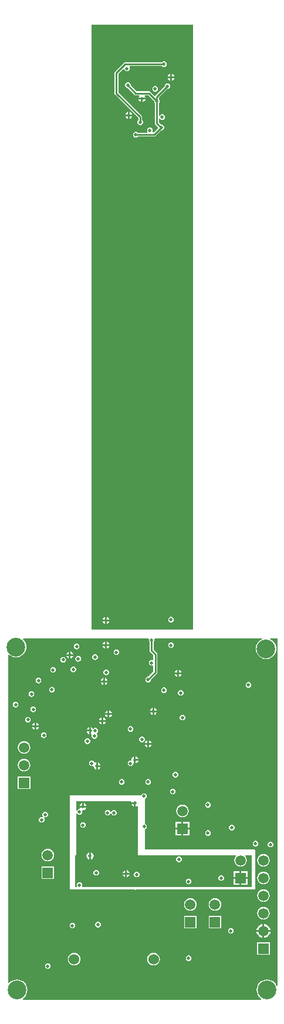
<source format=gbr>
%TF.GenerationSoftware,Altium Limited,Altium Designer,19.1.5 (86)*%
G04 Layer_Physical_Order=2*
G04 Layer_Color=36540*
%FSLAX26Y26*%
%MOIN*%
%TF.FileFunction,Copper,L2,Inr,Signal*%
%TF.Part,Single*%
G01*
G75*
%TA.AperFunction,Conductor*%
%ADD36C,0.010000*%
%TA.AperFunction,ComponentPad*%
%ADD37R,0.059055X0.059055*%
%ADD38C,0.059055*%
%ADD39C,0.060000*%
%TA.AperFunction,ViaPad*%
%ADD40C,0.020000*%
%ADD41C,0.106299*%
G36*
X4325000Y3400000D02*
X3750000D01*
Y6830000D01*
X4325000D01*
Y3400000D01*
D02*
G37*
G36*
X4805000Y1378195D02*
X4800000Y1377453D01*
X4799912Y1377745D01*
X4794419Y1388021D01*
X4787028Y1397027D01*
X4778021Y1404419D01*
X4767745Y1409911D01*
X4756595Y1413294D01*
X4745000Y1414436D01*
X4733405Y1413294D01*
X4722255Y1409911D01*
X4711979Y1404419D01*
X4702972Y1397027D01*
X4695581Y1388021D01*
X4690088Y1377745D01*
X4686706Y1366595D01*
X4685564Y1355000D01*
X4686706Y1343405D01*
X4690088Y1332255D01*
X4695581Y1321979D01*
X4702972Y1312973D01*
X4711979Y1305581D01*
X4713066Y1305000D01*
X4711814Y1300000D01*
X4003968D01*
X4000000Y1305000D01*
Y1918677D01*
X4000000Y1922799D01*
X4003505Y1925000D01*
X4004537D01*
X4680000D01*
Y2146243D01*
X4675000Y2151243D01*
X4051535D01*
Y2266354D01*
X4052950Y2266636D01*
X4058243Y2270172D01*
X4061779Y2275465D01*
X4063021Y2281707D01*
X4061779Y2287950D01*
X4058243Y2293243D01*
X4052950Y2296779D01*
X4051535Y2297061D01*
Y2438098D01*
X4052818Y2438353D01*
X4058110Y2441890D01*
X4061647Y2447182D01*
X4062889Y2453425D01*
X4061647Y2459668D01*
X4058110Y2464960D01*
X4052818Y2468497D01*
X4046575Y2469738D01*
X4040332Y2468497D01*
X4035040Y2464960D01*
X4031725Y2460000D01*
X3625000D01*
Y1925000D01*
X3995569D01*
X3999537Y1920000D01*
Y1306323D01*
X3999537Y1302201D01*
X3996032Y1300000D01*
X3995000D01*
X3358186D01*
X3356934Y1305000D01*
X3358021Y1305581D01*
X3367028Y1312973D01*
X3374419Y1321979D01*
X3379912Y1332255D01*
X3383294Y1343405D01*
X3384436Y1355000D01*
X3383294Y1366595D01*
X3379912Y1377745D01*
X3374419Y1388021D01*
X3367028Y1397027D01*
X3358021Y1404419D01*
X3347745Y1409911D01*
X3336595Y1413294D01*
X3325000Y1414436D01*
X3313405Y1413294D01*
X3302255Y1409911D01*
X3291979Y1404419D01*
X3282972Y1397027D01*
X3280000Y1393406D01*
X3275000Y1395195D01*
Y3253944D01*
X3280000Y3256309D01*
X3286979Y3250581D01*
X3297255Y3245088D01*
X3308405Y3241706D01*
X3320000Y3240564D01*
X3331595Y3241706D01*
X3342745Y3245088D01*
X3353021Y3250581D01*
X3362028Y3257972D01*
X3369419Y3266979D01*
X3374912Y3277255D01*
X3378294Y3288405D01*
X3379436Y3300000D01*
X3378294Y3311595D01*
X3374912Y3322745D01*
X3369419Y3333021D01*
X3362028Y3342028D01*
X3358405Y3345000D01*
X3360195Y3350000D01*
X4071883D01*
X4074681Y3345000D01*
X4073686Y3340000D01*
X4074928Y3333757D01*
X4078465Y3328465D01*
X4078785Y3328251D01*
Y3279798D01*
X4078784Y3279798D01*
X4079638Y3275506D01*
X4082069Y3271867D01*
X4099784Y3254152D01*
Y3228261D01*
X4094784Y3225362D01*
X4090000Y3226314D01*
X4083757Y3225072D01*
X4078465Y3221535D01*
X4074928Y3216243D01*
X4073686Y3210000D01*
X4074928Y3203757D01*
X4078465Y3198465D01*
X4083757Y3194928D01*
X4090000Y3193686D01*
X4094784Y3194638D01*
X4099784Y3191739D01*
Y3160646D01*
X4070377Y3131238D01*
X4070000Y3131314D01*
X4063757Y3130072D01*
X4058465Y3126535D01*
X4054928Y3121243D01*
X4053686Y3115000D01*
X4054928Y3108757D01*
X4058465Y3103465D01*
X4063757Y3099928D01*
X4070000Y3098686D01*
X4076243Y3099928D01*
X4081535Y3103465D01*
X4085072Y3108757D01*
X4086314Y3115000D01*
X4086238Y3115377D01*
X4118930Y3148069D01*
X4118931Y3148069D01*
X4121362Y3151708D01*
X4122216Y3156000D01*
X4122216Y3156001D01*
Y3258797D01*
X4122216Y3258798D01*
X4121362Y3263090D01*
X4118931Y3266728D01*
X4118930Y3266729D01*
X4101216Y3284443D01*
Y3328251D01*
X4101535Y3328465D01*
X4105072Y3333757D01*
X4106314Y3340000D01*
X4105319Y3345000D01*
X4108117Y3350000D01*
X4716805D01*
X4717547Y3345000D01*
X4717255Y3344912D01*
X4706979Y3339419D01*
X4697972Y3332028D01*
X4690581Y3323021D01*
X4685088Y3312745D01*
X4681706Y3301595D01*
X4680564Y3290000D01*
X4681706Y3278405D01*
X4685088Y3267255D01*
X4690581Y3256979D01*
X4697972Y3247972D01*
X4706979Y3240581D01*
X4717255Y3235088D01*
X4728405Y3231706D01*
X4740000Y3230564D01*
X4751595Y3231706D01*
X4762745Y3235088D01*
X4773021Y3240581D01*
X4782028Y3247972D01*
X4789419Y3256979D01*
X4794912Y3267255D01*
X4798294Y3278405D01*
X4799436Y3290000D01*
X4798294Y3301595D01*
X4794912Y3312745D01*
X4789419Y3323021D01*
X4782028Y3332028D01*
X4773021Y3339419D01*
X4762745Y3344912D01*
X4762453Y3345000D01*
X4763195Y3350000D01*
X4805000D01*
Y1378195D01*
D02*
G37*
G36*
X3975719Y2420583D02*
X3975603Y2420000D01*
X3995000D01*
Y2415000D01*
X4000000D01*
Y2395603D01*
X4002804Y2396160D01*
X4006177Y2398414D01*
X4011177Y2395742D01*
X4011177Y2119269D01*
X4567230Y2119269D01*
X4568841Y2114269D01*
X4563967Y2107917D01*
X4560387Y2099274D01*
X4559166Y2090000D01*
X4560387Y2080726D01*
X4563967Y2072083D01*
X4569662Y2064662D01*
X4577083Y2058967D01*
X4585725Y2055387D01*
X4595000Y2054166D01*
X4604275Y2055387D01*
X4612917Y2058967D01*
X4620338Y2064662D01*
X4626033Y2072083D01*
X4629613Y2080726D01*
X4630834Y2090000D01*
X4629613Y2099274D01*
X4626033Y2107917D01*
X4621159Y2114269D01*
X4622770Y2119269D01*
X4659863D01*
Y1939269D01*
X3697376Y1939269D01*
X3695460Y1942854D01*
X3695173Y1944269D01*
X3696314Y1950000D01*
X3695072Y1956243D01*
X3691535Y1961535D01*
X3686243Y1965072D01*
X3680000Y1966313D01*
X3673757Y1965072D01*
X3668465Y1961535D01*
X3664928Y1956243D01*
X3663686Y1950000D01*
X3664827Y1944269D01*
X3664540Y1942854D01*
X3662624Y1939269D01*
X3654863D01*
Y2119269D01*
X3661177D01*
X3661177Y2355371D01*
X3666177Y2356888D01*
X3668465Y2353465D01*
X3673757Y2349928D01*
X3680000Y2348686D01*
X3686243Y2349928D01*
X3691535Y2353465D01*
X3695072Y2358757D01*
X3696314Y2365000D01*
X3695227Y2370459D01*
X3696956Y2373151D01*
X3698658Y2374875D01*
X3700000Y2374608D01*
X3707804Y2376160D01*
X3714419Y2380581D01*
X3718840Y2387196D01*
X3719397Y2390000D01*
X3680603D01*
X3681160Y2387196D01*
X3681943Y2386025D01*
X3681041Y2383838D01*
X3679186Y2381152D01*
X3673757Y2380072D01*
X3668465Y2376535D01*
X3666177Y2373112D01*
X3661177Y2374629D01*
Y2425583D01*
X3972462D01*
X3975719Y2420583D01*
D02*
G37*
%LPC*%
G36*
X4160000Y6621314D02*
X4153757Y6620072D01*
X4148465Y6616535D01*
X4148251Y6616216D01*
X3940001D01*
X3940000Y6616216D01*
X3935708Y6615362D01*
X3932069Y6612931D01*
X3932069Y6612930D01*
X3882069Y6562931D01*
X3879638Y6559292D01*
X3878784Y6555000D01*
X3878785Y6554999D01*
Y6440001D01*
X3878784Y6440000D01*
X3879638Y6435708D01*
X3882069Y6432069D01*
X4013785Y6300354D01*
Y6286749D01*
X4013465Y6286535D01*
X4009928Y6281243D01*
X4008686Y6275000D01*
X4009928Y6268757D01*
X4013465Y6263465D01*
X4018757Y6259928D01*
X4025000Y6258686D01*
X4031243Y6259928D01*
X4036535Y6263465D01*
X4040072Y6268757D01*
X4041314Y6275000D01*
X4040072Y6281243D01*
X4036535Y6286535D01*
X4036215Y6286749D01*
Y6305000D01*
X4035362Y6309292D01*
X4032931Y6312931D01*
X4032930Y6312931D01*
X3901215Y6444646D01*
Y6550354D01*
X3928966Y6578104D01*
X3934391Y6576459D01*
X3934928Y6573757D01*
X3938465Y6568465D01*
X3943757Y6564928D01*
X3950000Y6563686D01*
X3956243Y6564928D01*
X3961535Y6568465D01*
X3965072Y6573757D01*
X3966314Y6580000D01*
X3965072Y6586243D01*
X3963374Y6588784D01*
X3966046Y6593784D01*
X4148251D01*
X4148465Y6593465D01*
X4153757Y6589928D01*
X4160000Y6588686D01*
X4166243Y6589928D01*
X4171535Y6593465D01*
X4175072Y6598757D01*
X4176314Y6605000D01*
X4175072Y6611243D01*
X4171535Y6616535D01*
X4166243Y6620072D01*
X4160000Y6621314D01*
D02*
G37*
G36*
X4205000Y6549397D02*
Y6535000D01*
X4219397D01*
X4218840Y6537804D01*
X4214419Y6544419D01*
X4207804Y6548840D01*
X4205000Y6549397D01*
D02*
G37*
G36*
X4195000D02*
X4192196Y6548840D01*
X4185581Y6544419D01*
X4181160Y6537804D01*
X4180603Y6535000D01*
X4195000D01*
Y6549397D01*
D02*
G37*
G36*
X4219397Y6525000D02*
X4205000D01*
Y6510603D01*
X4207804Y6511160D01*
X4214419Y6515581D01*
X4218840Y6522196D01*
X4219397Y6525000D01*
D02*
G37*
G36*
X4195000D02*
X4180603D01*
X4181160Y6522196D01*
X4185581Y6515581D01*
X4192196Y6511160D01*
X4195000Y6510603D01*
Y6525000D01*
D02*
G37*
G36*
X3955000Y6501314D02*
X3948757Y6500072D01*
X3943465Y6496535D01*
X3939928Y6491243D01*
X3938686Y6485000D01*
X3939928Y6478757D01*
X3943465Y6473465D01*
X3948757Y6469928D01*
X3955000Y6468686D01*
X3955377Y6468761D01*
X3992069Y6432070D01*
X3992069Y6432069D01*
X3995708Y6429638D01*
X4000000Y6428784D01*
X4000001Y6428784D01*
X4018799D01*
X4020157Y6423784D01*
X4016160Y6417804D01*
X4015603Y6415000D01*
X4054397D01*
X4053840Y6417804D01*
X4049843Y6423784D01*
X4051201Y6428784D01*
X4070354D01*
X4103762Y6395377D01*
X4103686Y6395000D01*
X4104928Y6388757D01*
X4108465Y6383465D01*
X4108784Y6383251D01*
Y6270001D01*
X4108784Y6270000D01*
X4109638Y6265708D01*
X4112069Y6262069D01*
X4125760Y6248379D01*
Y6241621D01*
X4100658Y6216519D01*
X4095656Y6216945D01*
X4093374Y6221216D01*
X4095072Y6223757D01*
X4096314Y6230000D01*
X4095072Y6236243D01*
X4091535Y6241535D01*
X4086243Y6245072D01*
X4080000Y6246314D01*
X4073757Y6245072D01*
X4068465Y6241535D01*
X4064928Y6236243D01*
X4063686Y6230000D01*
X4064928Y6223757D01*
X4066626Y6221216D01*
X4063954Y6216216D01*
X4011749D01*
X4011535Y6216535D01*
X4006243Y6220072D01*
X4000000Y6221314D01*
X3993757Y6220072D01*
X3988465Y6216535D01*
X3984928Y6211243D01*
X3983686Y6205000D01*
X3984928Y6198757D01*
X3988465Y6193465D01*
X3993757Y6189928D01*
X4000000Y6188686D01*
X4006243Y6189928D01*
X4011535Y6193465D01*
X4011749Y6193784D01*
X4104999D01*
X4105000Y6193784D01*
X4109292Y6194638D01*
X4112931Y6197069D01*
X4144623Y6228762D01*
X4145000Y6228686D01*
X4151243Y6229928D01*
X4156535Y6233465D01*
X4160072Y6238757D01*
X4161314Y6245000D01*
X4160072Y6251243D01*
X4156535Y6256535D01*
X4151243Y6260072D01*
X4145000Y6261314D01*
X4144623Y6261238D01*
X4131216Y6274646D01*
Y6295314D01*
X4136216Y6296831D01*
X4138465Y6293465D01*
X4143757Y6289928D01*
X4150000Y6288686D01*
X4156243Y6289928D01*
X4161535Y6293465D01*
X4165072Y6298757D01*
X4166314Y6305000D01*
X4165072Y6311243D01*
X4161535Y6316535D01*
X4156243Y6320072D01*
X4150000Y6321314D01*
X4143757Y6320072D01*
X4138465Y6316535D01*
X4136216Y6313169D01*
X4131216Y6314686D01*
Y6383251D01*
X4131535Y6383465D01*
X4135072Y6388757D01*
X4136314Y6395000D01*
X4135072Y6401243D01*
X4131535Y6406535D01*
X4131216Y6406749D01*
Y6415354D01*
X4179623Y6463762D01*
X4180000Y6463686D01*
X4186243Y6464928D01*
X4191535Y6468465D01*
X4195072Y6473757D01*
X4196314Y6480000D01*
X4195072Y6486243D01*
X4191535Y6491535D01*
X4186243Y6495072D01*
X4180000Y6496314D01*
X4173757Y6495072D01*
X4168465Y6491535D01*
X4164928Y6486243D01*
X4163686Y6480000D01*
X4163762Y6479623D01*
X4112069Y6427931D01*
X4111241Y6426691D01*
X4105200Y6425661D01*
X4082931Y6447931D01*
X4079292Y6450362D01*
X4075000Y6451216D01*
X4074999Y6451216D01*
X4004646D01*
X3971238Y6484623D01*
X3971314Y6485000D01*
X3970072Y6491243D01*
X3966535Y6496535D01*
X3961243Y6500072D01*
X3955000Y6501314D01*
D02*
G37*
G36*
X4110000Y6481314D02*
X4103757Y6480072D01*
X4098465Y6476535D01*
X4094928Y6471243D01*
X4093686Y6465000D01*
X4094928Y6458757D01*
X4098465Y6453465D01*
X4103757Y6449928D01*
X4110000Y6448686D01*
X4116243Y6449928D01*
X4121535Y6453465D01*
X4125072Y6458757D01*
X4126314Y6465000D01*
X4125072Y6471243D01*
X4121535Y6476535D01*
X4116243Y6480072D01*
X4110000Y6481314D01*
D02*
G37*
G36*
X4054397Y6405000D02*
X4040000D01*
Y6390603D01*
X4042804Y6391160D01*
X4049419Y6395581D01*
X4053840Y6402196D01*
X4054397Y6405000D01*
D02*
G37*
G36*
X4030000D02*
X4015603D01*
X4016160Y6402196D01*
X4020581Y6395581D01*
X4027196Y6391160D01*
X4030000Y6390603D01*
Y6405000D01*
D02*
G37*
G36*
X3965000Y6334397D02*
Y6320000D01*
X3979397D01*
X3978840Y6322804D01*
X3974419Y6329419D01*
X3967804Y6333840D01*
X3965000Y6334397D01*
D02*
G37*
G36*
X3955000D02*
X3952196Y6333840D01*
X3945581Y6329419D01*
X3941160Y6322804D01*
X3940603Y6320000D01*
X3955000D01*
Y6334397D01*
D02*
G37*
G36*
X3979397Y6310000D02*
X3965000D01*
Y6295603D01*
X3967804Y6296160D01*
X3974419Y6300581D01*
X3978840Y6307196D01*
X3979397Y6310000D01*
D02*
G37*
G36*
X3955000D02*
X3940603D01*
X3941160Y6307196D01*
X3945581Y6300581D01*
X3952196Y6296160D01*
X3955000Y6295603D01*
Y6310000D01*
D02*
G37*
G36*
X3835312Y3468898D02*
Y3454501D01*
X3849710D01*
X3849152Y3457304D01*
X3844732Y3463920D01*
X3838116Y3468340D01*
X3835312Y3468898D01*
D02*
G37*
G36*
X3825312D02*
X3822509Y3468340D01*
X3815893Y3463920D01*
X3811473Y3457304D01*
X3810915Y3454501D01*
X3825312D01*
Y3468898D01*
D02*
G37*
G36*
X4200000Y3471314D02*
X4193757Y3470072D01*
X4188465Y3466535D01*
X4184928Y3461243D01*
X4183686Y3455000D01*
X4184928Y3448757D01*
X4188465Y3443465D01*
X4193757Y3439928D01*
X4200000Y3438686D01*
X4206243Y3439928D01*
X4211535Y3443465D01*
X4215072Y3448757D01*
X4216314Y3455000D01*
X4215072Y3461243D01*
X4211535Y3466535D01*
X4206243Y3470072D01*
X4200000Y3471314D01*
D02*
G37*
G36*
X3849710Y3444501D02*
X3835312D01*
Y3430103D01*
X3838116Y3430661D01*
X3844732Y3435081D01*
X3849152Y3441697D01*
X3849710Y3444501D01*
D02*
G37*
G36*
X3825312D02*
X3810915D01*
X3811473Y3441697D01*
X3815893Y3435081D01*
X3822509Y3430661D01*
X3825312Y3430103D01*
Y3444501D01*
D02*
G37*
G36*
X3835000Y3329397D02*
Y3315000D01*
X3849397D01*
X3848840Y3317804D01*
X3844419Y3324419D01*
X3837804Y3328840D01*
X3835000Y3329397D01*
D02*
G37*
G36*
X3825000D02*
X3822196Y3328840D01*
X3815581Y3324419D01*
X3811160Y3317804D01*
X3810603Y3315000D01*
X3825000D01*
Y3329397D01*
D02*
G37*
G36*
X4200000Y3326314D02*
X4193757Y3325072D01*
X4188465Y3321535D01*
X4184928Y3316243D01*
X4183686Y3310000D01*
X4184928Y3303757D01*
X4188465Y3298465D01*
X4193757Y3294928D01*
X4200000Y3293686D01*
X4206243Y3294928D01*
X4211535Y3298465D01*
X4215072Y3303757D01*
X4216314Y3310000D01*
X4215072Y3316243D01*
X4211535Y3321535D01*
X4206243Y3325072D01*
X4200000Y3326314D01*
D02*
G37*
G36*
X3849397Y3305000D02*
X3835000D01*
Y3290603D01*
X3837804Y3291160D01*
X3844419Y3295581D01*
X3848840Y3302196D01*
X3849397Y3305000D01*
D02*
G37*
G36*
X3825000D02*
X3810603D01*
X3811160Y3302196D01*
X3815581Y3295581D01*
X3822196Y3291160D01*
X3825000Y3290603D01*
Y3305000D01*
D02*
G37*
G36*
X3663718Y3318274D02*
X3657475Y3317032D01*
X3652182Y3313495D01*
X3648646Y3308203D01*
X3647404Y3301960D01*
X3648646Y3295717D01*
X3652182Y3290425D01*
X3657475Y3286888D01*
X3663718Y3285647D01*
X3669961Y3286888D01*
X3675253Y3290425D01*
X3678790Y3295717D01*
X3680031Y3301960D01*
X3678790Y3308203D01*
X3675253Y3313495D01*
X3669961Y3317032D01*
X3663718Y3318274D01*
D02*
G37*
G36*
X3630000Y3274397D02*
Y3260000D01*
X3644397D01*
X3643840Y3262804D01*
X3639419Y3269419D01*
X3632804Y3273840D01*
X3630000Y3274397D01*
D02*
G37*
G36*
X3620000D02*
X3617196Y3273840D01*
X3610581Y3269419D01*
X3606160Y3262804D01*
X3605603Y3260000D01*
X3620000D01*
Y3274397D01*
D02*
G37*
G36*
X3890000Y3286314D02*
X3883757Y3285072D01*
X3878465Y3281535D01*
X3874928Y3276243D01*
X3873686Y3270000D01*
X3874928Y3263757D01*
X3878465Y3258465D01*
X3883757Y3254928D01*
X3890000Y3253686D01*
X3896243Y3254928D01*
X3901535Y3258465D01*
X3905072Y3263757D01*
X3906314Y3270000D01*
X3905072Y3276243D01*
X3901535Y3281535D01*
X3896243Y3285072D01*
X3890000Y3286314D01*
D02*
G37*
G36*
X3644397Y3250000D02*
X3630000D01*
Y3235603D01*
X3632804Y3236160D01*
X3639419Y3240581D01*
X3643840Y3247196D01*
X3644397Y3250000D01*
D02*
G37*
G36*
X3620000D02*
X3605603D01*
X3606160Y3247196D01*
X3610581Y3240581D01*
X3617196Y3236160D01*
X3620000Y3235603D01*
Y3250000D01*
D02*
G37*
G36*
X3768317Y3258274D02*
X3762074Y3257032D01*
X3756782Y3253495D01*
X3753245Y3248203D01*
X3752004Y3241960D01*
X3753245Y3235717D01*
X3756782Y3230425D01*
X3762074Y3226888D01*
X3768317Y3225647D01*
X3774560Y3226888D01*
X3779852Y3230425D01*
X3783389Y3235717D01*
X3784631Y3241960D01*
X3783389Y3248203D01*
X3779852Y3253495D01*
X3774560Y3257032D01*
X3768317Y3258274D01*
D02*
G37*
G36*
X3672912Y3248274D02*
X3666669Y3247032D01*
X3661377Y3243495D01*
X3657840Y3238203D01*
X3656599Y3231960D01*
X3657840Y3225717D01*
X3661377Y3220425D01*
X3666669Y3216888D01*
X3672912Y3215647D01*
X3679155Y3216888D01*
X3684447Y3220425D01*
X3687984Y3225717D01*
X3689226Y3231960D01*
X3687984Y3238203D01*
X3684447Y3243495D01*
X3679155Y3247032D01*
X3672912Y3248274D01*
D02*
G37*
G36*
X3588167Y3243274D02*
X3581924Y3242032D01*
X3576631Y3238495D01*
X3573095Y3233203D01*
X3571853Y3226960D01*
X3573095Y3220717D01*
X3576631Y3215425D01*
X3581924Y3211888D01*
X3588167Y3210647D01*
X3594410Y3211888D01*
X3599702Y3215425D01*
X3603238Y3220717D01*
X3604480Y3226960D01*
X3603238Y3233203D01*
X3599702Y3238495D01*
X3594410Y3242032D01*
X3588167Y3243274D01*
D02*
G37*
G36*
X3645073Y3188274D02*
X3638830Y3187032D01*
X3633538Y3183495D01*
X3630001Y3178203D01*
X3628760Y3171960D01*
X3630001Y3165717D01*
X3633538Y3160425D01*
X3638830Y3156888D01*
X3645073Y3155647D01*
X3651316Y3156888D01*
X3656608Y3160425D01*
X3660145Y3165717D01*
X3661387Y3171960D01*
X3660145Y3178203D01*
X3656608Y3183495D01*
X3651316Y3187032D01*
X3645073Y3188274D01*
D02*
G37*
G36*
X4245000Y3169397D02*
Y3155000D01*
X4259397D01*
X4258840Y3157804D01*
X4254419Y3164419D01*
X4247804Y3168840D01*
X4245000Y3169397D01*
D02*
G37*
G36*
X4235000D02*
X4232196Y3168840D01*
X4225581Y3164419D01*
X4221160Y3157804D01*
X4220603Y3155000D01*
X4235000D01*
Y3169397D01*
D02*
G37*
G36*
X3530000Y3186314D02*
X3523757Y3185072D01*
X3518465Y3181535D01*
X3514928Y3176243D01*
X3513686Y3170000D01*
X3514928Y3163757D01*
X3518465Y3158465D01*
X3523757Y3154928D01*
X3530000Y3153686D01*
X3536243Y3154928D01*
X3541535Y3158465D01*
X3545072Y3163757D01*
X3546314Y3170000D01*
X3545072Y3176243D01*
X3541535Y3181535D01*
X3536243Y3185072D01*
X3530000Y3186314D01*
D02*
G37*
G36*
X3831758Y3172287D02*
X3825515Y3171045D01*
X3820223Y3167509D01*
X3816686Y3162216D01*
X3815445Y3155973D01*
X3816686Y3149731D01*
X3820223Y3144438D01*
X3825515Y3140902D01*
X3831758Y3139660D01*
X3838001Y3140902D01*
X3843294Y3144438D01*
X3846830Y3149731D01*
X3848072Y3155973D01*
X3846830Y3162216D01*
X3843294Y3167509D01*
X3838001Y3171045D01*
X3831758Y3172287D01*
D02*
G37*
G36*
X4259397Y3145000D02*
X4245000D01*
Y3130603D01*
X4247804Y3131160D01*
X4254419Y3135581D01*
X4258840Y3142196D01*
X4259397Y3145000D01*
D02*
G37*
G36*
X4235000D02*
X4220603D01*
X4221160Y3142196D01*
X4225581Y3135581D01*
X4232196Y3131160D01*
X4235000Y3130603D01*
Y3145000D01*
D02*
G37*
G36*
X3825000Y3124397D02*
Y3110000D01*
X3839397D01*
X3838840Y3112804D01*
X3834419Y3119419D01*
X3827804Y3123840D01*
X3825000Y3124397D01*
D02*
G37*
G36*
X3815000D02*
X3812196Y3123840D01*
X3805581Y3119419D01*
X3801160Y3112804D01*
X3800603Y3110000D01*
X3815000D01*
Y3124397D01*
D02*
G37*
G36*
X3446758Y3125675D02*
X3440515Y3124434D01*
X3435223Y3120897D01*
X3431686Y3115605D01*
X3430445Y3109362D01*
X3431686Y3103119D01*
X3435223Y3097827D01*
X3440515Y3094290D01*
X3446758Y3093048D01*
X3453001Y3094290D01*
X3458294Y3097827D01*
X3461830Y3103119D01*
X3463072Y3109362D01*
X3461830Y3115605D01*
X3458294Y3120897D01*
X3453001Y3124434D01*
X3446758Y3125675D01*
D02*
G37*
G36*
X3839397Y3100000D02*
X3825000D01*
Y3085603D01*
X3827804Y3086160D01*
X3834419Y3090581D01*
X3838840Y3097196D01*
X3839397Y3100000D01*
D02*
G37*
G36*
X3815000D02*
X3800603D01*
X3801160Y3097196D01*
X3805581Y3090581D01*
X3812196Y3086160D01*
X3815000Y3085603D01*
Y3100000D01*
D02*
G37*
G36*
X4640000Y3101314D02*
X4633757Y3100072D01*
X4628465Y3096535D01*
X4624928Y3091243D01*
X4623686Y3085000D01*
X4624928Y3078757D01*
X4628465Y3073465D01*
X4633757Y3069928D01*
X4640000Y3068686D01*
X4646243Y3069928D01*
X4651535Y3073465D01*
X4655072Y3078757D01*
X4656314Y3085000D01*
X4655072Y3091243D01*
X4651535Y3096535D01*
X4646243Y3100072D01*
X4640000Y3101314D01*
D02*
G37*
G36*
X3523215Y3074098D02*
X3516972Y3072856D01*
X3511680Y3069320D01*
X3508143Y3064027D01*
X3506901Y3057784D01*
X3508143Y3051541D01*
X3511680Y3046249D01*
X3516972Y3042713D01*
X3523215Y3041471D01*
X3529458Y3042713D01*
X3534750Y3046249D01*
X3538287Y3051541D01*
X3539528Y3057784D01*
X3538287Y3064027D01*
X3534750Y3069320D01*
X3529458Y3072856D01*
X3523215Y3074098D01*
D02*
G37*
G36*
X4160000Y3071314D02*
X4153757Y3070072D01*
X4148465Y3066535D01*
X4144928Y3061243D01*
X4143686Y3055000D01*
X4144928Y3048757D01*
X4148465Y3043465D01*
X4153757Y3039928D01*
X4160000Y3038686D01*
X4166243Y3039928D01*
X4171535Y3043465D01*
X4175072Y3048757D01*
X4176314Y3055000D01*
X4175072Y3061243D01*
X4171535Y3066535D01*
X4166243Y3070072D01*
X4160000Y3071314D01*
D02*
G37*
G36*
X4255000Y3056314D02*
X4248757Y3055072D01*
X4243465Y3051535D01*
X4239928Y3046243D01*
X4238686Y3040000D01*
X4239928Y3033757D01*
X4243465Y3028465D01*
X4248757Y3024928D01*
X4255000Y3023686D01*
X4261243Y3024928D01*
X4266535Y3028465D01*
X4270072Y3033757D01*
X4271314Y3040000D01*
X4270072Y3046243D01*
X4266535Y3051535D01*
X4261243Y3055072D01*
X4255000Y3056314D01*
D02*
G37*
G36*
X3406758Y3048274D02*
X3400515Y3047032D01*
X3395223Y3043495D01*
X3391686Y3038203D01*
X3390445Y3031960D01*
X3391686Y3025717D01*
X3395223Y3020425D01*
X3400515Y3016888D01*
X3406758Y3015647D01*
X3413001Y3016888D01*
X3418294Y3020425D01*
X3421830Y3025717D01*
X3423072Y3031960D01*
X3421830Y3038203D01*
X3418294Y3043495D01*
X3413001Y3047032D01*
X3406758Y3048274D01*
D02*
G37*
G36*
X3316758Y2988274D02*
X3310515Y2987032D01*
X3305223Y2983495D01*
X3301686Y2978203D01*
X3300445Y2971960D01*
X3301686Y2965717D01*
X3305223Y2960425D01*
X3310515Y2956888D01*
X3316758Y2955647D01*
X3323001Y2956888D01*
X3328294Y2960425D01*
X3331830Y2965717D01*
X3333072Y2971960D01*
X3331830Y2978203D01*
X3328294Y2983495D01*
X3323001Y2987032D01*
X3316758Y2988274D01*
D02*
G37*
G36*
X4105000Y2954397D02*
Y2940000D01*
X4119397D01*
X4118840Y2942804D01*
X4114419Y2949419D01*
X4107804Y2953840D01*
X4105000Y2954397D01*
D02*
G37*
G36*
X4095000D02*
X4092196Y2953840D01*
X4085581Y2949419D01*
X4081160Y2942804D01*
X4080603Y2940000D01*
X4095000D01*
Y2954397D01*
D02*
G37*
G36*
X3416723Y2961697D02*
X3410480Y2960455D01*
X3405188Y2956919D01*
X3401651Y2951626D01*
X3400409Y2945383D01*
X3401651Y2939140D01*
X3405188Y2933848D01*
X3410480Y2930311D01*
X3416723Y2929070D01*
X3422966Y2930311D01*
X3428258Y2933848D01*
X3431795Y2939140D01*
X3433036Y2945383D01*
X3431795Y2951626D01*
X3428258Y2956919D01*
X3422966Y2960455D01*
X3416723Y2961697D01*
D02*
G37*
G36*
X3850000Y2939397D02*
Y2925000D01*
X3864397D01*
X3863840Y2927804D01*
X3859419Y2934419D01*
X3852804Y2938840D01*
X3850000Y2939397D01*
D02*
G37*
G36*
X3840000D02*
X3837196Y2938840D01*
X3830581Y2934419D01*
X3826160Y2927804D01*
X3825603Y2925000D01*
X3840000D01*
Y2939397D01*
D02*
G37*
G36*
X4119397Y2930000D02*
X4105000D01*
Y2915603D01*
X4107804Y2916160D01*
X4114419Y2920581D01*
X4118840Y2927196D01*
X4119397Y2930000D01*
D02*
G37*
G36*
X4095000D02*
X4080603D01*
X4081160Y2927196D01*
X4085581Y2920581D01*
X4092196Y2916160D01*
X4095000Y2915603D01*
Y2930000D01*
D02*
G37*
G36*
X3864397Y2915000D02*
X3850000D01*
Y2900603D01*
X3852804Y2901160D01*
X3859419Y2905581D01*
X3863840Y2912196D01*
X3864397Y2915000D01*
D02*
G37*
G36*
X3840000D02*
X3825603D01*
X3826160Y2912196D01*
X3830581Y2905581D01*
X3837196Y2901160D01*
X3840000Y2900603D01*
Y2915000D01*
D02*
G37*
G36*
X3815000Y2899397D02*
Y2885000D01*
X3829397D01*
X3828840Y2887804D01*
X3824419Y2894419D01*
X3817804Y2898840D01*
X3815000Y2899397D01*
D02*
G37*
G36*
X3805000D02*
X3802196Y2898840D01*
X3795581Y2894419D01*
X3791160Y2887804D01*
X3790603Y2885000D01*
X3805000D01*
Y2899397D01*
D02*
G37*
G36*
X4265000Y2916314D02*
X4258757Y2915072D01*
X4253465Y2911535D01*
X4249928Y2906243D01*
X4248686Y2900000D01*
X4249928Y2893757D01*
X4253465Y2888465D01*
X4258757Y2884928D01*
X4265000Y2883686D01*
X4271243Y2884928D01*
X4276535Y2888465D01*
X4280072Y2893757D01*
X4281314Y2900000D01*
X4280072Y2906243D01*
X4276535Y2911535D01*
X4271243Y2915072D01*
X4265000Y2916314D01*
D02*
G37*
G36*
X3386758Y2903274D02*
X3380515Y2902032D01*
X3375223Y2898495D01*
X3371686Y2893203D01*
X3370445Y2886960D01*
X3371686Y2880717D01*
X3375223Y2875425D01*
X3380515Y2871888D01*
X3386758Y2870647D01*
X3393001Y2871888D01*
X3398294Y2875425D01*
X3401830Y2880717D01*
X3403072Y2886960D01*
X3401830Y2893203D01*
X3398294Y2898495D01*
X3393001Y2902032D01*
X3386758Y2903274D01*
D02*
G37*
G36*
X3829397Y2875000D02*
X3815000D01*
Y2860603D01*
X3817804Y2861160D01*
X3824419Y2865581D01*
X3828840Y2872196D01*
X3829397Y2875000D01*
D02*
G37*
G36*
X3805000D02*
X3790603D01*
X3791160Y2872196D01*
X3795581Y2865581D01*
X3802196Y2861160D01*
X3805000Y2860603D01*
Y2875000D01*
D02*
G37*
G36*
X3435000Y2869397D02*
Y2855000D01*
X3449397D01*
X3448840Y2857804D01*
X3444419Y2864419D01*
X3437804Y2868840D01*
X3435000Y2869397D01*
D02*
G37*
G36*
X3425000D02*
X3422196Y2868840D01*
X3415581Y2864419D01*
X3411160Y2857804D01*
X3410603Y2855000D01*
X3425000D01*
Y2869397D01*
D02*
G37*
G36*
X3449397Y2845000D02*
X3435000D01*
Y2830603D01*
X3437804Y2831160D01*
X3444419Y2835581D01*
X3448840Y2842196D01*
X3449397Y2845000D01*
D02*
G37*
G36*
X3425000D02*
X3410603D01*
X3411160Y2842196D01*
X3415581Y2835581D01*
X3422196Y2831160D01*
X3425000Y2830603D01*
Y2845000D01*
D02*
G37*
G36*
X3735421Y2844818D02*
X3732617Y2844261D01*
X3726002Y2839840D01*
X3721581Y2833225D01*
X3721024Y2830421D01*
X3735421D01*
Y2844818D01*
D02*
G37*
G36*
X3970000Y2851314D02*
X3963757Y2850072D01*
X3958465Y2846535D01*
X3954928Y2841243D01*
X3953686Y2835000D01*
X3954928Y2828757D01*
X3958465Y2823465D01*
X3963757Y2819928D01*
X3970000Y2818686D01*
X3976243Y2819928D01*
X3981535Y2823465D01*
X3985072Y2828757D01*
X3986314Y2835000D01*
X3985072Y2841243D01*
X3981535Y2846535D01*
X3976243Y2850072D01*
X3970000Y2851314D01*
D02*
G37*
G36*
X3735421Y2820421D02*
X3721024D01*
X3721581Y2817617D01*
X3726002Y2811002D01*
X3732617Y2806581D01*
X3735421Y2806024D01*
Y2820421D01*
D02*
G37*
G36*
X3477008Y2815160D02*
X3470765Y2813918D01*
X3465473Y2810382D01*
X3461936Y2805089D01*
X3460695Y2798846D01*
X3461936Y2792604D01*
X3465473Y2787311D01*
X3470765Y2783775D01*
X3477008Y2782533D01*
X3483251Y2783775D01*
X3488543Y2787311D01*
X3492080Y2792604D01*
X3493322Y2798846D01*
X3492080Y2805089D01*
X3488543Y2810382D01*
X3483251Y2813918D01*
X3477008Y2815160D01*
D02*
G37*
G36*
X3745421Y2844818D02*
Y2825421D01*
Y2806024D01*
X3747368Y2806411D01*
X3749508Y2804370D01*
X3750674Y2802359D01*
X3749928Y2801243D01*
X3748686Y2795000D01*
X3749928Y2788757D01*
X3753465Y2783465D01*
X3758757Y2779928D01*
X3765000Y2778686D01*
X3771243Y2779928D01*
X3776535Y2783465D01*
X3780072Y2788757D01*
X3781314Y2795000D01*
X3780072Y2801243D01*
X3777444Y2805175D01*
X3776874Y2807431D01*
X3778350Y2811336D01*
X3781535Y2813465D01*
X3785072Y2818757D01*
X3786314Y2825000D01*
X3785072Y2831243D01*
X3781535Y2836535D01*
X3776243Y2840072D01*
X3770000Y2841314D01*
X3763757Y2840072D01*
X3758465Y2836535D01*
X3757048D01*
X3754840Y2839840D01*
X3748225Y2844261D01*
X3745421Y2844818D01*
D02*
G37*
G36*
X4035000Y2791314D02*
X4028757Y2790072D01*
X4023465Y2786535D01*
X4019928Y2781243D01*
X4018686Y2775000D01*
X4019928Y2768757D01*
X4023465Y2763465D01*
X4028757Y2759928D01*
X4035000Y2758686D01*
X4041243Y2759928D01*
X4046535Y2763465D01*
X4050072Y2768757D01*
X4051314Y2775000D01*
X4050072Y2781243D01*
X4046535Y2786535D01*
X4041243Y2790072D01*
X4035000Y2791314D01*
D02*
G37*
G36*
X4075000Y2769397D02*
Y2755000D01*
X4089397D01*
X4088840Y2757804D01*
X4084419Y2764419D01*
X4077804Y2768840D01*
X4075000Y2769397D01*
D02*
G37*
G36*
X4065000D02*
X4062196Y2768840D01*
X4055581Y2764419D01*
X4051160Y2757804D01*
X4050603Y2755000D01*
X4065000D01*
Y2769397D01*
D02*
G37*
G36*
X3725000Y2781314D02*
X3718757Y2780072D01*
X3713465Y2776535D01*
X3709928Y2771243D01*
X3708686Y2765000D01*
X3709928Y2758757D01*
X3713465Y2753465D01*
X3718757Y2749928D01*
X3725000Y2748686D01*
X3731243Y2749928D01*
X3736535Y2753465D01*
X3740072Y2758757D01*
X3741314Y2765000D01*
X3740072Y2771243D01*
X3736535Y2776535D01*
X3731243Y2780072D01*
X3725000Y2781314D01*
D02*
G37*
G36*
X4089397Y2745000D02*
X4075000D01*
Y2730603D01*
X4077804Y2731160D01*
X4084419Y2735581D01*
X4088840Y2742196D01*
X4089397Y2745000D01*
D02*
G37*
G36*
X4065000D02*
X4050603D01*
X4051160Y2742196D01*
X4055581Y2735581D01*
X4062196Y2731160D01*
X4065000Y2730603D01*
Y2745000D01*
D02*
G37*
G36*
X3365000Y2765834D02*
X3355726Y2764613D01*
X3347083Y2761033D01*
X3339662Y2755338D01*
X3333967Y2747917D01*
X3330387Y2739274D01*
X3329166Y2730000D01*
X3330387Y2720726D01*
X3333967Y2712083D01*
X3339662Y2704662D01*
X3347083Y2698967D01*
X3355726Y2695387D01*
X3365000Y2694166D01*
X3374274Y2695387D01*
X3382917Y2698967D01*
X3390338Y2704662D01*
X3396033Y2712083D01*
X3399613Y2720726D01*
X3400834Y2730000D01*
X3399613Y2739274D01*
X3396033Y2747917D01*
X3390338Y2755338D01*
X3382917Y2761033D01*
X3374274Y2764613D01*
X3365000Y2765834D01*
D02*
G37*
G36*
X4000000Y2679397D02*
Y2665000D01*
X4014397D01*
X4013840Y2667804D01*
X4009419Y2674419D01*
X4002804Y2678840D01*
X4000000Y2679397D01*
D02*
G37*
G36*
X3990000D02*
X3987196Y2678840D01*
X3980581Y2674419D01*
X3976160Y2667804D01*
X3974703Y2660476D01*
X3974006Y2658943D01*
X3971148Y2656085D01*
X3970000Y2656314D01*
X3963757Y2655072D01*
X3958465Y2651535D01*
X3954928Y2646243D01*
X3953686Y2640000D01*
X3954928Y2633757D01*
X3958465Y2628465D01*
X3963757Y2624928D01*
X3970000Y2623686D01*
X3976243Y2624928D01*
X3981535Y2628465D01*
X3985072Y2633757D01*
X3985668Y2636755D01*
X3986808Y2640040D01*
X3990000Y2640296D01*
Y2660000D01*
Y2679397D01*
D02*
G37*
G36*
X4014397Y2655000D02*
X4000000D01*
Y2640603D01*
X4002804Y2641160D01*
X4009419Y2645581D01*
X4013840Y2652196D01*
X4014397Y2655000D01*
D02*
G37*
G36*
X3785000Y2644397D02*
Y2630000D01*
X3799397D01*
X3798840Y2632804D01*
X3794419Y2639419D01*
X3787804Y2643840D01*
X3785000Y2644397D01*
D02*
G37*
G36*
X3799397Y2620000D02*
X3785000D01*
Y2605603D01*
X3787804Y2606160D01*
X3794419Y2610581D01*
X3798840Y2617196D01*
X3799397Y2620000D01*
D02*
G37*
G36*
X3750000Y2656314D02*
X3743757Y2655072D01*
X3738465Y2651535D01*
X3734928Y2646243D01*
X3733686Y2640000D01*
X3734928Y2633757D01*
X3738465Y2628465D01*
X3743757Y2624928D01*
X3750000Y2623686D01*
X3754828Y2624647D01*
X3759181Y2622517D01*
X3760282Y2621613D01*
X3761160Y2617196D01*
X3765581Y2610581D01*
X3772196Y2606160D01*
X3775000Y2605603D01*
Y2625000D01*
Y2644397D01*
X3772196Y2643840D01*
X3770829Y2642926D01*
X3765274Y2645227D01*
X3765072Y2646243D01*
X3761535Y2651535D01*
X3756243Y2655072D01*
X3750000Y2656314D01*
D02*
G37*
G36*
X3365000Y2665834D02*
X3355726Y2664613D01*
X3347083Y2661033D01*
X3339662Y2655338D01*
X3333967Y2647917D01*
X3330387Y2639274D01*
X3329166Y2630000D01*
X3330387Y2620726D01*
X3333967Y2612083D01*
X3339662Y2604662D01*
X3347083Y2598967D01*
X3355726Y2595387D01*
X3365000Y2594166D01*
X3374274Y2595387D01*
X3382917Y2598967D01*
X3390338Y2604662D01*
X3396033Y2612083D01*
X3399613Y2620726D01*
X3400834Y2630000D01*
X3399613Y2639274D01*
X3396033Y2647917D01*
X3390338Y2655338D01*
X3382917Y2661033D01*
X3374274Y2664613D01*
X3365000Y2665834D01*
D02*
G37*
G36*
X4225000Y2591314D02*
X4218757Y2590072D01*
X4213465Y2586535D01*
X4209928Y2581243D01*
X4208686Y2575000D01*
X4209928Y2568757D01*
X4213465Y2563465D01*
X4218757Y2559928D01*
X4225000Y2558686D01*
X4231243Y2559928D01*
X4236535Y2563465D01*
X4240072Y2568757D01*
X4241314Y2575000D01*
X4240072Y2581243D01*
X4236535Y2586535D01*
X4231243Y2590072D01*
X4225000Y2591314D01*
D02*
G37*
G36*
X4070000Y2551314D02*
X4063757Y2550072D01*
X4058465Y2546535D01*
X4054928Y2541243D01*
X4053686Y2535000D01*
X4054928Y2528757D01*
X4058465Y2523465D01*
X4063757Y2519928D01*
X4070000Y2518686D01*
X4076243Y2519928D01*
X4081535Y2523465D01*
X4085072Y2528757D01*
X4086314Y2535000D01*
X4085072Y2541243D01*
X4081535Y2546535D01*
X4076243Y2550072D01*
X4070000Y2551314D01*
D02*
G37*
G36*
X3920000D02*
X3913757Y2550072D01*
X3908465Y2546535D01*
X3904928Y2541243D01*
X3903686Y2535000D01*
X3904928Y2528757D01*
X3908465Y2523465D01*
X3913757Y2519928D01*
X3920000Y2518686D01*
X3926243Y2519928D01*
X3931535Y2523465D01*
X3935072Y2528757D01*
X3936314Y2535000D01*
X3935072Y2541243D01*
X3931535Y2546535D01*
X3926243Y2550072D01*
X3920000Y2551314D01*
D02*
G37*
G36*
X3400528Y2565528D02*
X3329472D01*
Y2494472D01*
X3400528D01*
Y2565528D01*
D02*
G37*
G36*
X4210000Y2496314D02*
X4203757Y2495072D01*
X4198465Y2491535D01*
X4194928Y2486243D01*
X4193686Y2480000D01*
X4194928Y2473757D01*
X4198465Y2468465D01*
X4203757Y2464928D01*
X4210000Y2463686D01*
X4216243Y2464928D01*
X4221535Y2468465D01*
X4225072Y2473757D01*
X4226314Y2480000D01*
X4225072Y2486243D01*
X4221535Y2491535D01*
X4216243Y2495072D01*
X4210000Y2496314D01*
D02*
G37*
G36*
X4410000Y2421314D02*
X4403757Y2420072D01*
X4398465Y2416535D01*
X4394928Y2411243D01*
X4393686Y2405000D01*
X4394928Y2398757D01*
X4398465Y2393465D01*
X4403757Y2389928D01*
X4410000Y2388686D01*
X4416243Y2389928D01*
X4421535Y2393465D01*
X4425072Y2398757D01*
X4426314Y2405000D01*
X4425072Y2411243D01*
X4421535Y2416535D01*
X4416243Y2420072D01*
X4410000Y2421314D01*
D02*
G37*
G36*
X3485000Y2366314D02*
X3478757Y2365072D01*
X3473465Y2361535D01*
X3469928Y2356243D01*
X3468686Y2350000D01*
X3469928Y2343757D01*
X3472646Y2339690D01*
X3469797Y2335359D01*
X3465000Y2336314D01*
X3458757Y2335072D01*
X3453465Y2331535D01*
X3449928Y2326243D01*
X3448686Y2320000D01*
X3449928Y2313757D01*
X3453465Y2308465D01*
X3458757Y2304928D01*
X3465000Y2303686D01*
X3471243Y2304928D01*
X3476535Y2308465D01*
X3480072Y2313757D01*
X3481314Y2320000D01*
X3480072Y2326243D01*
X3477354Y2330310D01*
X3480203Y2334641D01*
X3485000Y2333686D01*
X3491243Y2334928D01*
X3496535Y2338465D01*
X3500072Y2343757D01*
X3501314Y2350000D01*
X3500072Y2356243D01*
X3496535Y2361535D01*
X3491243Y2365072D01*
X3485000Y2366314D01*
D02*
G37*
G36*
X4265000Y2405834D02*
X4255725Y2404613D01*
X4247083Y2401033D01*
X4239662Y2395338D01*
X4233967Y2387917D01*
X4230387Y2379274D01*
X4229166Y2370000D01*
X4230387Y2360726D01*
X4233967Y2352083D01*
X4239662Y2344662D01*
X4247083Y2338967D01*
X4255725Y2335387D01*
X4265000Y2334166D01*
X4274275Y2335387D01*
X4282917Y2338967D01*
X4290338Y2344662D01*
X4296033Y2352083D01*
X4299613Y2360726D01*
X4300834Y2370000D01*
X4299613Y2379274D01*
X4296033Y2387917D01*
X4290338Y2395338D01*
X4282917Y2401033D01*
X4274275Y2404613D01*
X4265000Y2405834D01*
D02*
G37*
G36*
X4304528Y2309528D02*
X4270000D01*
Y2275000D01*
X4304528D01*
Y2309528D01*
D02*
G37*
G36*
X4260000D02*
X4225472D01*
Y2275000D01*
X4260000D01*
Y2309528D01*
D02*
G37*
G36*
X4545000Y2291314D02*
X4538757Y2290072D01*
X4533465Y2286535D01*
X4529928Y2281243D01*
X4528686Y2275000D01*
X4529928Y2268757D01*
X4533465Y2263465D01*
X4538757Y2259928D01*
X4545000Y2258686D01*
X4551243Y2259928D01*
X4556535Y2263465D01*
X4560072Y2268757D01*
X4561314Y2275000D01*
X4560072Y2281243D01*
X4556535Y2286535D01*
X4551243Y2290072D01*
X4545000Y2291314D01*
D02*
G37*
G36*
X4304528Y2265000D02*
X4270000D01*
Y2230472D01*
X4304528D01*
Y2265000D01*
D02*
G37*
G36*
X4260000D02*
X4225472D01*
Y2230472D01*
X4260000D01*
Y2265000D01*
D02*
G37*
G36*
X4410000Y2261314D02*
X4403757Y2260072D01*
X4398465Y2256535D01*
X4394928Y2251243D01*
X4393686Y2245000D01*
X4394928Y2238757D01*
X4398465Y2233465D01*
X4403757Y2229928D01*
X4410000Y2228686D01*
X4416243Y2229928D01*
X4421535Y2233465D01*
X4425072Y2238757D01*
X4426314Y2245000D01*
X4425072Y2251243D01*
X4421535Y2256535D01*
X4416243Y2260072D01*
X4410000Y2261314D01*
D02*
G37*
G36*
X4680000Y2201314D02*
X4673757Y2200072D01*
X4668465Y2196535D01*
X4664928Y2191243D01*
X4663686Y2185000D01*
X4664928Y2178757D01*
X4668465Y2173465D01*
X4673757Y2169928D01*
X4680000Y2168686D01*
X4686243Y2169928D01*
X4691535Y2173465D01*
X4695072Y2178757D01*
X4696314Y2185000D01*
X4695072Y2191243D01*
X4691535Y2196535D01*
X4686243Y2200072D01*
X4680000Y2201314D01*
D02*
G37*
G36*
X4765000Y2196314D02*
X4758757Y2195072D01*
X4753465Y2191535D01*
X4749928Y2186243D01*
X4748686Y2180000D01*
X4749928Y2173757D01*
X4753465Y2168465D01*
X4758757Y2164928D01*
X4765000Y2163686D01*
X4771243Y2164928D01*
X4776535Y2168465D01*
X4780072Y2173757D01*
X4781314Y2180000D01*
X4780072Y2186243D01*
X4776535Y2191535D01*
X4771243Y2195072D01*
X4765000Y2196314D01*
D02*
G37*
G36*
X3500000Y2155834D02*
X3490726Y2154613D01*
X3482083Y2151033D01*
X3474662Y2145338D01*
X3468967Y2137917D01*
X3465387Y2129274D01*
X3464166Y2120000D01*
X3465387Y2110726D01*
X3468967Y2102083D01*
X3474662Y2094662D01*
X3482083Y2088967D01*
X3490726Y2085387D01*
X3500000Y2084166D01*
X3509274Y2085387D01*
X3517917Y2088967D01*
X3525338Y2094662D01*
X3531033Y2102083D01*
X3534613Y2110726D01*
X3535834Y2120000D01*
X3534613Y2129274D01*
X3531033Y2137917D01*
X3525338Y2145338D01*
X3517917Y2151033D01*
X3509274Y2154613D01*
X3500000Y2155834D01*
D02*
G37*
G36*
X4725000Y2125834D02*
X4715725Y2124613D01*
X4707083Y2121033D01*
X4699662Y2115338D01*
X4693967Y2107917D01*
X4690387Y2099274D01*
X4689166Y2090000D01*
X4690387Y2080726D01*
X4693967Y2072083D01*
X4699662Y2064662D01*
X4707083Y2058967D01*
X4715725Y2055387D01*
X4725000Y2054166D01*
X4734275Y2055387D01*
X4742917Y2058967D01*
X4750338Y2064662D01*
X4756033Y2072083D01*
X4759613Y2080726D01*
X4760834Y2090000D01*
X4759613Y2099274D01*
X4756033Y2107917D01*
X4750338Y2115338D01*
X4742917Y2121033D01*
X4734275Y2124613D01*
X4725000Y2125834D01*
D02*
G37*
G36*
X3535528Y2055528D02*
X3464472D01*
Y1984473D01*
X3535528D01*
Y2055528D01*
D02*
G37*
G36*
X4725000Y2025834D02*
X4715725Y2024613D01*
X4707083Y2021033D01*
X4699662Y2015339D01*
X4693967Y2007917D01*
X4690387Y1999274D01*
X4689166Y1990000D01*
X4690387Y1980726D01*
X4693967Y1972083D01*
X4699662Y1964661D01*
X4707083Y1958967D01*
X4715725Y1955387D01*
X4725000Y1954166D01*
X4734275Y1955387D01*
X4742917Y1958967D01*
X4750338Y1964661D01*
X4756033Y1972083D01*
X4759613Y1980726D01*
X4760834Y1990000D01*
X4759613Y1999274D01*
X4756033Y2007917D01*
X4750338Y2015339D01*
X4742917Y2021033D01*
X4734275Y2024613D01*
X4725000Y2025834D01*
D02*
G37*
G36*
Y1925834D02*
X4715725Y1924613D01*
X4707083Y1921033D01*
X4699662Y1915339D01*
X4693967Y1907917D01*
X4690387Y1899274D01*
X4689166Y1890000D01*
X4690387Y1880726D01*
X4693967Y1872083D01*
X4699662Y1864661D01*
X4707083Y1858967D01*
X4715725Y1855387D01*
X4725000Y1854166D01*
X4734275Y1855387D01*
X4742917Y1858967D01*
X4750338Y1864661D01*
X4756033Y1872083D01*
X4759613Y1880726D01*
X4760834Y1890000D01*
X4759613Y1899274D01*
X4756033Y1907917D01*
X4750338Y1915339D01*
X4742917Y1921033D01*
X4734275Y1924613D01*
X4725000Y1925834D01*
D02*
G37*
G36*
X4450000Y1875834D02*
X4440725Y1874613D01*
X4432083Y1871033D01*
X4424662Y1865339D01*
X4418967Y1857917D01*
X4415387Y1849274D01*
X4414166Y1840000D01*
X4415387Y1830726D01*
X4418967Y1822083D01*
X4424662Y1814661D01*
X4432083Y1808967D01*
X4440725Y1805387D01*
X4450000Y1804166D01*
X4459275Y1805387D01*
X4467917Y1808967D01*
X4475338Y1814661D01*
X4481033Y1822083D01*
X4484613Y1830726D01*
X4485834Y1840000D01*
X4484613Y1849274D01*
X4481033Y1857917D01*
X4475338Y1865339D01*
X4467917Y1871033D01*
X4459275Y1874613D01*
X4450000Y1875834D01*
D02*
G37*
G36*
X4310000D02*
X4300725Y1874613D01*
X4292083Y1871033D01*
X4284662Y1865339D01*
X4278967Y1857917D01*
X4275387Y1849274D01*
X4274166Y1840000D01*
X4275387Y1830726D01*
X4278967Y1822083D01*
X4284662Y1814661D01*
X4292083Y1808967D01*
X4300725Y1805387D01*
X4310000Y1804166D01*
X4319275Y1805387D01*
X4327917Y1808967D01*
X4335338Y1814661D01*
X4341033Y1822083D01*
X4344613Y1830726D01*
X4345834Y1840000D01*
X4344613Y1849274D01*
X4341033Y1857917D01*
X4335338Y1865339D01*
X4327917Y1871033D01*
X4319275Y1874613D01*
X4310000Y1875834D01*
D02*
G37*
G36*
X4725000Y1825834D02*
X4715725Y1824613D01*
X4707083Y1821033D01*
X4699662Y1815339D01*
X4693967Y1807917D01*
X4690387Y1799274D01*
X4689166Y1790000D01*
X4690387Y1780726D01*
X4693967Y1772083D01*
X4699662Y1764661D01*
X4707083Y1758967D01*
X4715725Y1755387D01*
X4725000Y1754166D01*
X4734275Y1755387D01*
X4742917Y1758967D01*
X4750338Y1764661D01*
X4756033Y1772083D01*
X4759613Y1780726D01*
X4760834Y1790000D01*
X4759613Y1799274D01*
X4756033Y1807917D01*
X4750338Y1815339D01*
X4742917Y1821033D01*
X4734275Y1824613D01*
X4725000Y1825834D01*
D02*
G37*
G36*
X3785000Y1741313D02*
X3778757Y1740072D01*
X3773465Y1736535D01*
X3769928Y1731243D01*
X3768686Y1725000D01*
X3769928Y1718757D01*
X3773465Y1713465D01*
X3778757Y1709928D01*
X3785000Y1708687D01*
X3791243Y1709928D01*
X3796535Y1713465D01*
X3800072Y1718757D01*
X3801314Y1725000D01*
X3800072Y1731243D01*
X3796535Y1736535D01*
X3791243Y1740072D01*
X3785000Y1741313D01*
D02*
G37*
G36*
X4485528Y1775527D02*
X4414472D01*
Y1704473D01*
X4485528D01*
Y1775527D01*
D02*
G37*
G36*
X4345528D02*
X4274472D01*
Y1704473D01*
X4345528D01*
Y1775527D01*
D02*
G37*
G36*
X3640000Y1736313D02*
X3633757Y1735072D01*
X3628465Y1731535D01*
X3624928Y1726243D01*
X3623686Y1720000D01*
X3624928Y1713757D01*
X3628465Y1708465D01*
X3633757Y1704928D01*
X3640000Y1703687D01*
X3646243Y1704928D01*
X3651535Y1708465D01*
X3655072Y1713757D01*
X3656314Y1720000D01*
X3655072Y1726243D01*
X3651535Y1731535D01*
X3646243Y1735072D01*
X3640000Y1736313D01*
D02*
G37*
G36*
X4730000Y1729210D02*
Y1695000D01*
X4764210D01*
X4763510Y1700319D01*
X4759527Y1709934D01*
X4753191Y1718191D01*
X4744934Y1724527D01*
X4735319Y1728510D01*
X4730000Y1729210D01*
D02*
G37*
G36*
X4720000D02*
X4714681Y1728510D01*
X4705066Y1724527D01*
X4696809Y1718191D01*
X4690473Y1709934D01*
X4686490Y1700319D01*
X4685790Y1695000D01*
X4720000D01*
Y1729210D01*
D02*
G37*
G36*
X4540000Y1706313D02*
X4533757Y1705072D01*
X4528465Y1701535D01*
X4524928Y1696243D01*
X4523686Y1690000D01*
X4524928Y1683757D01*
X4528465Y1678465D01*
X4533757Y1674928D01*
X4540000Y1673687D01*
X4546243Y1674928D01*
X4551535Y1678465D01*
X4555072Y1683757D01*
X4556314Y1690000D01*
X4555072Y1696243D01*
X4551535Y1701535D01*
X4546243Y1705072D01*
X4540000Y1706313D01*
D02*
G37*
G36*
X4764210Y1685000D02*
X4730000D01*
Y1650790D01*
X4735319Y1651490D01*
X4744934Y1655473D01*
X4753191Y1661809D01*
X4759527Y1670066D01*
X4763510Y1679681D01*
X4764210Y1685000D01*
D02*
G37*
G36*
X4720000D02*
X4685790D01*
X4686490Y1679681D01*
X4690473Y1670066D01*
X4696809Y1661809D01*
X4705066Y1655473D01*
X4714681Y1651490D01*
X4720000Y1650790D01*
Y1685000D01*
D02*
G37*
G36*
X4760528Y1625527D02*
X4689472D01*
Y1554473D01*
X4760528D01*
Y1625527D01*
D02*
G37*
G36*
X4300000Y1551313D02*
X4293757Y1550072D01*
X4288465Y1546535D01*
X4284928Y1541243D01*
X4283686Y1535000D01*
X4284928Y1528757D01*
X4288465Y1523465D01*
X4293757Y1519928D01*
X4300000Y1518687D01*
X4306243Y1519928D01*
X4311535Y1523465D01*
X4315072Y1528757D01*
X4316314Y1535000D01*
X4315072Y1541243D01*
X4311535Y1546535D01*
X4306243Y1550072D01*
X4300000Y1551313D01*
D02*
G37*
G36*
X4100787Y1566311D02*
X4091390Y1565073D01*
X4082632Y1561446D01*
X4075112Y1555676D01*
X4069341Y1548155D01*
X4065714Y1539398D01*
X4064477Y1530000D01*
X4065714Y1520602D01*
X4069341Y1511845D01*
X4075112Y1504324D01*
X4082632Y1498554D01*
X4091390Y1494927D01*
X4100787Y1493689D01*
X4110185Y1494927D01*
X4118943Y1498554D01*
X4126463Y1504324D01*
X4132233Y1511845D01*
X4135861Y1520602D01*
X4137098Y1530000D01*
X4135861Y1539398D01*
X4132233Y1548155D01*
X4126463Y1555676D01*
X4118943Y1561446D01*
X4110185Y1565073D01*
X4100787Y1566311D01*
D02*
G37*
G36*
X3650000D02*
X3640602Y1565073D01*
X3631845Y1561446D01*
X3624325Y1555676D01*
X3618554Y1548155D01*
X3614927Y1539398D01*
X3613689Y1530000D01*
X3614927Y1520602D01*
X3618554Y1511845D01*
X3624325Y1504324D01*
X3631845Y1498554D01*
X3640602Y1494927D01*
X3650000Y1493689D01*
X3659398Y1494927D01*
X3668155Y1498554D01*
X3675675Y1504324D01*
X3681446Y1511845D01*
X3685073Y1520602D01*
X3686311Y1530000D01*
X3685073Y1539398D01*
X3681446Y1548155D01*
X3675675Y1555676D01*
X3668155Y1561446D01*
X3659398Y1565073D01*
X3650000Y1566311D01*
D02*
G37*
G36*
X3500000Y1506313D02*
X3493757Y1505072D01*
X3488465Y1501535D01*
X3484928Y1496243D01*
X3483686Y1490000D01*
X3484928Y1483757D01*
X3488465Y1478465D01*
X3493757Y1474928D01*
X3500000Y1473687D01*
X3506243Y1474928D01*
X3511535Y1478465D01*
X3515072Y1483757D01*
X3516314Y1490000D01*
X3515072Y1496243D01*
X3511535Y1501535D01*
X3506243Y1505072D01*
X3500000Y1506313D01*
D02*
G37*
G36*
X3705000Y2414397D02*
Y2400000D01*
X3719397D01*
X3718840Y2402804D01*
X3714419Y2409419D01*
X3707804Y2413840D01*
X3705000Y2414397D01*
D02*
G37*
G36*
X3695000D02*
X3692196Y2413840D01*
X3685581Y2409419D01*
X3681160Y2402804D01*
X3680603Y2400000D01*
X3695000D01*
Y2414397D01*
D02*
G37*
G36*
X3990000Y2410000D02*
X3975603D01*
X3976160Y2407196D01*
X3980581Y2400581D01*
X3987196Y2396160D01*
X3990000Y2395603D01*
Y2410000D01*
D02*
G37*
G36*
X3875000Y2376314D02*
X3868757Y2375072D01*
X3863465Y2371535D01*
X3860114Y2366521D01*
X3857977Y2366243D01*
X3857023D01*
X3854886Y2366521D01*
X3851535Y2371535D01*
X3846243Y2375072D01*
X3840000Y2376314D01*
X3833757Y2375072D01*
X3828465Y2371535D01*
X3824928Y2366243D01*
X3823686Y2360000D01*
X3824928Y2353757D01*
X3828465Y2348465D01*
X3833757Y2344928D01*
X3840000Y2343686D01*
X3846243Y2344928D01*
X3851535Y2348465D01*
X3854886Y2353479D01*
X3857023Y2353757D01*
X3857977D01*
X3860114Y2353479D01*
X3863465Y2348465D01*
X3868757Y2344928D01*
X3875000Y2343686D01*
X3881243Y2344928D01*
X3886535Y2348465D01*
X3890072Y2353757D01*
X3891314Y2360000D01*
X3890072Y2366243D01*
X3886535Y2371535D01*
X3881243Y2375072D01*
X3875000Y2376314D01*
D02*
G37*
G36*
X3700000Y2306314D02*
X3693757Y2305072D01*
X3688465Y2301535D01*
X3684928Y2296243D01*
X3683686Y2290000D01*
X3684928Y2283757D01*
X3688465Y2278465D01*
X3693757Y2274928D01*
X3700000Y2273686D01*
X3706243Y2274928D01*
X3711535Y2278465D01*
X3715072Y2283757D01*
X3716314Y2290000D01*
X3715072Y2296243D01*
X3711535Y2301535D01*
X3706243Y2305072D01*
X3700000Y2306314D01*
D02*
G37*
G36*
X3745000Y2134397D02*
Y2115000D01*
Y2095603D01*
X3747804Y2096160D01*
X3754419Y2100581D01*
X3758840Y2107196D01*
X3760392Y2115000D01*
X3760311Y2115404D01*
X3760459Y2115583D01*
X3760276D01*
X3758840Y2122804D01*
X3754419Y2129419D01*
X3747804Y2133840D01*
X3745000Y2134397D01*
D02*
G37*
G36*
X3735000D02*
X3732196Y2133840D01*
X3725581Y2129419D01*
X3721160Y2122804D01*
X3719724Y2115583D01*
X3719541D01*
X3719689Y2115404D01*
X3719608Y2115000D01*
X3721160Y2107196D01*
X3725581Y2100581D01*
X3732196Y2096160D01*
X3735000Y2095603D01*
Y2115000D01*
Y2134397D01*
D02*
G37*
G36*
X4245000Y2111314D02*
X4238757Y2110072D01*
X4233465Y2106535D01*
X4229928Y2101243D01*
X4228686Y2095000D01*
X4229928Y2088757D01*
X4233465Y2083465D01*
X4238757Y2079928D01*
X4245000Y2078686D01*
X4251243Y2079928D01*
X4256535Y2083465D01*
X4260072Y2088757D01*
X4261314Y2095000D01*
X4260072Y2101243D01*
X4256535Y2106535D01*
X4251243Y2110072D01*
X4245000Y2111314D01*
D02*
G37*
G36*
X3950000Y2034397D02*
Y2020000D01*
X3964397D01*
X3963840Y2022804D01*
X3959419Y2029419D01*
X3952804Y2033840D01*
X3950000Y2034397D01*
D02*
G37*
G36*
X3940000D02*
X3937196Y2033840D01*
X3930581Y2029419D01*
X3926160Y2022804D01*
X3925603Y2020000D01*
X3940000D01*
Y2034397D01*
D02*
G37*
G36*
X3775000Y2036313D02*
X3768757Y2035072D01*
X3763465Y2031535D01*
X3759928Y2026243D01*
X3758686Y2020000D01*
X3759928Y2013757D01*
X3763465Y2008465D01*
X3768757Y2004928D01*
X3775000Y2003687D01*
X3781243Y2004928D01*
X3786535Y2008465D01*
X3790072Y2013757D01*
X3791314Y2020000D01*
X3790072Y2026243D01*
X3786535Y2031535D01*
X3781243Y2035072D01*
X3775000Y2036313D01*
D02*
G37*
G36*
X3964397Y2010000D02*
X3950000D01*
Y1995603D01*
X3952804Y1996160D01*
X3959419Y2000581D01*
X3963840Y2007196D01*
X3964397Y2010000D01*
D02*
G37*
G36*
X3940000D02*
X3925603D01*
X3926160Y2007196D01*
X3930581Y2000581D01*
X3937196Y1996160D01*
X3940000Y1995603D01*
Y2010000D01*
D02*
G37*
G36*
X4634528Y2029527D02*
X4600000D01*
Y1995000D01*
X4634528D01*
Y2029527D01*
D02*
G37*
G36*
X4590000D02*
X4555472D01*
Y1995000D01*
X4590000D01*
Y2029527D01*
D02*
G37*
G36*
X4005000Y2026313D02*
X3998757Y2025072D01*
X3993465Y2021535D01*
X3989928Y2016243D01*
X3988686Y2010000D01*
X3989928Y2003757D01*
X3993465Y1998465D01*
X3998757Y1994928D01*
X4005000Y1993687D01*
X4011243Y1994928D01*
X4016535Y1998465D01*
X4020072Y2003757D01*
X4021314Y2010000D01*
X4020072Y2016243D01*
X4016535Y2021535D01*
X4011243Y2025072D01*
X4005000Y2026313D01*
D02*
G37*
G36*
X4485000Y2006313D02*
X4478757Y2005072D01*
X4473465Y2001535D01*
X4469928Y1996243D01*
X4468686Y1990000D01*
X4469928Y1983757D01*
X4473465Y1978465D01*
X4478757Y1974928D01*
X4485000Y1973687D01*
X4491243Y1974928D01*
X4496535Y1978465D01*
X4500072Y1983757D01*
X4501314Y1990000D01*
X4500072Y1996243D01*
X4496535Y2001535D01*
X4491243Y2005072D01*
X4485000Y2006313D01*
D02*
G37*
G36*
X4300000Y1986313D02*
X4293757Y1985072D01*
X4288465Y1981535D01*
X4284928Y1976243D01*
X4283686Y1970000D01*
X4284928Y1963757D01*
X4288465Y1958465D01*
X4293757Y1954928D01*
X4300000Y1953687D01*
X4306243Y1954928D01*
X4311535Y1958465D01*
X4315072Y1963757D01*
X4316314Y1970000D01*
X4315072Y1976243D01*
X4311535Y1981535D01*
X4306243Y1985072D01*
X4300000Y1986313D01*
D02*
G37*
G36*
X4634528Y1985000D02*
X4600000D01*
Y1950473D01*
X4634528D01*
Y1985000D01*
D02*
G37*
G36*
X4590000D02*
X4555472D01*
Y1950473D01*
X4590000D01*
Y1985000D01*
D02*
G37*
%LPD*%
D36*
X4070000Y3115000D02*
X4111000Y3156000D01*
Y3258798D01*
X4090000Y3279798D02*
X4111000Y3258798D01*
X4090000Y3279798D02*
Y3340000D01*
X4075000Y6440000D02*
X4120000Y6395000D01*
X4000000Y6440000D02*
X4075000D01*
X3955000Y6485000D02*
X4000000Y6440000D01*
X3940000Y6605000D02*
X4160000D01*
X3890000Y6555000D02*
X3940000Y6605000D01*
X3890000Y6440000D02*
Y6555000D01*
Y6440000D02*
X4025000Y6305000D01*
X4000000Y6205000D02*
X4105000D01*
X4145000Y6245000D01*
X4120000Y6270000D02*
X4145000Y6245000D01*
X4120000Y6270000D02*
Y6395000D01*
X4025000Y6275000D02*
Y6305000D01*
X4120000Y6420000D02*
X4180000Y6480000D01*
X4120000Y6395000D02*
Y6420000D01*
D37*
X4265000Y2270000D02*
D03*
X4595000Y1990000D02*
D03*
X4450000Y1740000D02*
D03*
X4310000D02*
D03*
X3365000Y2530000D02*
D03*
X3500000Y2020000D02*
D03*
X4725000Y1590000D02*
D03*
D38*
X4265000Y2370000D02*
D03*
X4595000Y2090000D02*
D03*
X4450000Y1840000D02*
D03*
X4310000D02*
D03*
X3365000Y2630000D02*
D03*
Y2730000D02*
D03*
X3500000Y2120000D02*
D03*
X4725000Y1690000D02*
D03*
Y1790000D02*
D03*
Y1890000D02*
D03*
Y1990000D02*
D03*
Y2090000D02*
D03*
D39*
X3650000Y1530000D02*
D03*
X4100787D02*
D03*
D40*
X3810000Y2880000D02*
D03*
X3750000Y2640000D02*
D03*
X3465000Y2320000D02*
D03*
X3485000Y2350000D02*
D03*
X3920000Y2535000D02*
D03*
X3840000Y2360000D02*
D03*
X3700000Y2395000D02*
D03*
X4070000Y2535000D02*
D03*
X3995000Y2415000D02*
D03*
X4046575Y2453425D02*
D03*
X4210000Y2480000D02*
D03*
X3945000Y2015000D02*
D03*
X3740000Y2115000D02*
D03*
X4035000Y2775000D02*
D03*
X4200000Y3455000D02*
D03*
Y3310000D02*
D03*
X3830312Y3449501D02*
D03*
X3780000Y2625000D02*
D03*
X3970000Y2640000D02*
D03*
X3995000Y2660000D02*
D03*
X4070000Y2750000D02*
D03*
X3845000Y2920000D02*
D03*
X3740421Y2825421D02*
D03*
X3625000Y3255000D02*
D03*
X3820000Y3105000D02*
D03*
X3430000Y2850000D02*
D03*
X3785000Y1725000D02*
D03*
X3640000Y1720000D02*
D03*
X4090000Y3340000D02*
D03*
Y3210000D02*
D03*
X4255000Y3040000D02*
D03*
X4145000Y6245000D02*
D03*
X4035000Y6410000D02*
D03*
X4150000Y6305000D02*
D03*
X3960000Y6315000D02*
D03*
X4080000Y6230000D02*
D03*
X4110000Y6465000D02*
D03*
X4160000Y6605000D02*
D03*
X3950000Y6580000D02*
D03*
X4200000Y6530000D02*
D03*
X4070000Y3115000D02*
D03*
X4046707Y2281707D02*
D03*
X3725000Y2765000D02*
D03*
X3765000Y2795000D02*
D03*
X3770000Y2825000D02*
D03*
X3970000Y2835000D02*
D03*
X4765000Y2180000D02*
D03*
X4680000Y2185000D02*
D03*
X3830000Y3310000D02*
D03*
X3890000Y3270000D02*
D03*
X4640000Y3085000D02*
D03*
X4265000Y2900000D02*
D03*
X4160000Y3055000D02*
D03*
X4240000Y3150000D02*
D03*
X4100000Y2935000D02*
D03*
X3875000Y2360000D02*
D03*
X3680000Y2365000D02*
D03*
X3700000Y2290000D02*
D03*
X4225000Y2575000D02*
D03*
X4410000Y2405000D02*
D03*
Y2245000D02*
D03*
X4545000Y2275000D02*
D03*
X4300000Y1970000D02*
D03*
X4245000Y2095000D02*
D03*
X4485000Y1990000D02*
D03*
X3775000Y2020000D02*
D03*
X4540000Y1690000D02*
D03*
X4300000Y1535000D02*
D03*
X3680000Y1950000D02*
D03*
X4005000Y2010000D02*
D03*
X3500000Y1490000D02*
D03*
X3955000Y6485000D02*
D03*
X4180000Y6480000D02*
D03*
X4000000Y6205000D02*
D03*
X4025000Y6275000D02*
D03*
X4120000Y6395000D02*
D03*
X3831758Y3155973D02*
D03*
X3663718Y3301960D02*
D03*
X3768317Y3241960D02*
D03*
X3672912Y3231960D02*
D03*
X3645073Y3171960D02*
D03*
X3588167Y3226960D02*
D03*
X3530000Y3170000D02*
D03*
X3477008Y2798846D02*
D03*
X3386758Y2886960D02*
D03*
X3523215Y3057784D02*
D03*
X3446758Y3109362D02*
D03*
X3406758Y3031960D02*
D03*
X3416723Y2945383D02*
D03*
X3316758Y2971960D02*
D03*
D41*
X4740000Y3290000D02*
D03*
X3325000Y1355000D02*
D03*
X4745000D02*
D03*
X3320000Y3300000D02*
D03*
%TF.MD5,f30f097995c76e546cb891a8a9e289cb*%
M02*

</source>
